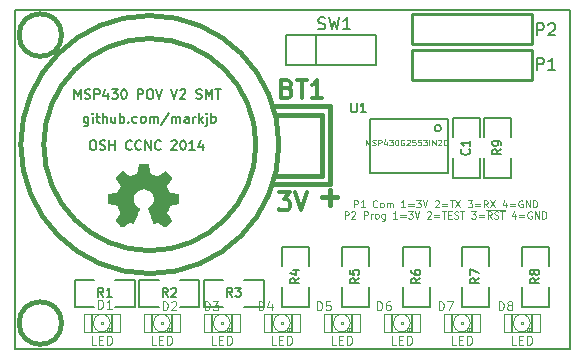
<source format=gto>
G04 (created by PCBNEW (2013-07-07 BZR 4022)-stable) date 06/07/2014 18:00:34*
%MOIN*%
G04 Gerber Fmt 3.4, Leading zero omitted, Abs format*
%FSLAX34Y34*%
G01*
G70*
G90*
G04 APERTURE LIST*
%ADD10C,0.00393701*%
%ADD11C,0.00590551*%
%ADD12C,0.005*%
%ADD13C,0.01*%
%ADD14C,0.006*%
%ADD15C,0.0026*%
%ADD16C,0.004*%
%ADD17C,0.015748*%
%ADD18C,0.015*%
%ADD19C,0.0001*%
%ADD20C,0.0059*%
%ADD21C,0.00492126*%
%ADD22C,0.008*%
%ADD23C,0.0035*%
%ADD24C,0.012*%
G04 APERTURE END LIST*
G54D10*
X29151Y-20795D02*
X29151Y-20559D01*
X29241Y-20559D01*
X29264Y-20570D01*
X29275Y-20581D01*
X29286Y-20604D01*
X29286Y-20638D01*
X29275Y-20660D01*
X29264Y-20671D01*
X29241Y-20683D01*
X29151Y-20683D01*
X29511Y-20795D02*
X29376Y-20795D01*
X29444Y-20795D02*
X29444Y-20559D01*
X29421Y-20593D01*
X29399Y-20615D01*
X29376Y-20626D01*
X29927Y-20773D02*
X29916Y-20784D01*
X29882Y-20795D01*
X29860Y-20795D01*
X29826Y-20784D01*
X29804Y-20761D01*
X29792Y-20739D01*
X29781Y-20694D01*
X29781Y-20660D01*
X29792Y-20615D01*
X29804Y-20593D01*
X29826Y-20570D01*
X29860Y-20559D01*
X29882Y-20559D01*
X29916Y-20570D01*
X29927Y-20581D01*
X30062Y-20795D02*
X30040Y-20784D01*
X30029Y-20773D01*
X30017Y-20750D01*
X30017Y-20683D01*
X30029Y-20660D01*
X30040Y-20649D01*
X30062Y-20638D01*
X30096Y-20638D01*
X30119Y-20649D01*
X30130Y-20660D01*
X30141Y-20683D01*
X30141Y-20750D01*
X30130Y-20773D01*
X30119Y-20784D01*
X30096Y-20795D01*
X30062Y-20795D01*
X30242Y-20795D02*
X30242Y-20638D01*
X30242Y-20660D02*
X30253Y-20649D01*
X30276Y-20638D01*
X30310Y-20638D01*
X30332Y-20649D01*
X30343Y-20671D01*
X30343Y-20795D01*
X30343Y-20671D02*
X30355Y-20649D01*
X30377Y-20638D01*
X30411Y-20638D01*
X30433Y-20649D01*
X30445Y-20671D01*
X30445Y-20795D01*
X30861Y-20795D02*
X30726Y-20795D01*
X30793Y-20795D02*
X30793Y-20559D01*
X30771Y-20593D01*
X30748Y-20615D01*
X30726Y-20626D01*
X30962Y-20671D02*
X31142Y-20671D01*
X31142Y-20739D02*
X30962Y-20739D01*
X31232Y-20559D02*
X31378Y-20559D01*
X31300Y-20649D01*
X31333Y-20649D01*
X31356Y-20660D01*
X31367Y-20671D01*
X31378Y-20694D01*
X31378Y-20750D01*
X31367Y-20773D01*
X31356Y-20784D01*
X31333Y-20795D01*
X31266Y-20795D01*
X31243Y-20784D01*
X31232Y-20773D01*
X31446Y-20559D02*
X31525Y-20795D01*
X31603Y-20559D01*
X31851Y-20581D02*
X31862Y-20570D01*
X31885Y-20559D01*
X31941Y-20559D01*
X31963Y-20570D01*
X31975Y-20581D01*
X31986Y-20604D01*
X31986Y-20626D01*
X31975Y-20660D01*
X31840Y-20795D01*
X31986Y-20795D01*
X32087Y-20671D02*
X32267Y-20671D01*
X32267Y-20739D02*
X32087Y-20739D01*
X32346Y-20559D02*
X32481Y-20559D01*
X32413Y-20795D02*
X32413Y-20559D01*
X32537Y-20559D02*
X32694Y-20795D01*
X32694Y-20559D02*
X32537Y-20795D01*
X32942Y-20559D02*
X33088Y-20559D01*
X33009Y-20649D01*
X33043Y-20649D01*
X33066Y-20660D01*
X33077Y-20671D01*
X33088Y-20694D01*
X33088Y-20750D01*
X33077Y-20773D01*
X33066Y-20784D01*
X33043Y-20795D01*
X32976Y-20795D01*
X32953Y-20784D01*
X32942Y-20773D01*
X33189Y-20671D02*
X33369Y-20671D01*
X33369Y-20739D02*
X33189Y-20739D01*
X33617Y-20795D02*
X33538Y-20683D01*
X33482Y-20795D02*
X33482Y-20559D01*
X33572Y-20559D01*
X33594Y-20570D01*
X33606Y-20581D01*
X33617Y-20604D01*
X33617Y-20638D01*
X33606Y-20660D01*
X33594Y-20671D01*
X33572Y-20683D01*
X33482Y-20683D01*
X33696Y-20559D02*
X33853Y-20795D01*
X33853Y-20559D02*
X33696Y-20795D01*
X34224Y-20638D02*
X34224Y-20795D01*
X34168Y-20548D02*
X34112Y-20716D01*
X34258Y-20716D01*
X34348Y-20671D02*
X34528Y-20671D01*
X34528Y-20739D02*
X34348Y-20739D01*
X34764Y-20570D02*
X34742Y-20559D01*
X34708Y-20559D01*
X34674Y-20570D01*
X34652Y-20593D01*
X34640Y-20615D01*
X34629Y-20660D01*
X34629Y-20694D01*
X34640Y-20739D01*
X34652Y-20761D01*
X34674Y-20784D01*
X34708Y-20795D01*
X34730Y-20795D01*
X34764Y-20784D01*
X34775Y-20773D01*
X34775Y-20694D01*
X34730Y-20694D01*
X34877Y-20795D02*
X34877Y-20559D01*
X35012Y-20795D01*
X35012Y-20559D01*
X35124Y-20795D02*
X35124Y-20559D01*
X35180Y-20559D01*
X35214Y-20570D01*
X35237Y-20593D01*
X35248Y-20615D01*
X35259Y-20660D01*
X35259Y-20694D01*
X35248Y-20739D01*
X35237Y-20761D01*
X35214Y-20784D01*
X35180Y-20795D01*
X35124Y-20795D01*
X28842Y-21165D02*
X28842Y-20929D01*
X28932Y-20929D01*
X28954Y-20940D01*
X28966Y-20951D01*
X28977Y-20974D01*
X28977Y-21008D01*
X28966Y-21030D01*
X28954Y-21041D01*
X28932Y-21053D01*
X28842Y-21053D01*
X29067Y-20951D02*
X29078Y-20940D01*
X29101Y-20929D01*
X29157Y-20929D01*
X29179Y-20940D01*
X29191Y-20951D01*
X29202Y-20974D01*
X29202Y-20996D01*
X29191Y-21030D01*
X29056Y-21165D01*
X29202Y-21165D01*
X29483Y-21165D02*
X29483Y-20929D01*
X29573Y-20929D01*
X29595Y-20940D01*
X29607Y-20951D01*
X29618Y-20974D01*
X29618Y-21008D01*
X29607Y-21030D01*
X29595Y-21041D01*
X29573Y-21053D01*
X29483Y-21053D01*
X29719Y-21165D02*
X29719Y-21008D01*
X29719Y-21053D02*
X29730Y-21030D01*
X29742Y-21019D01*
X29764Y-21008D01*
X29787Y-21008D01*
X29899Y-21165D02*
X29877Y-21154D01*
X29865Y-21143D01*
X29854Y-21120D01*
X29854Y-21053D01*
X29865Y-21030D01*
X29877Y-21019D01*
X29899Y-21008D01*
X29933Y-21008D01*
X29955Y-21019D01*
X29967Y-21030D01*
X29978Y-21053D01*
X29978Y-21120D01*
X29967Y-21143D01*
X29955Y-21154D01*
X29933Y-21165D01*
X29899Y-21165D01*
X30180Y-21008D02*
X30180Y-21199D01*
X30169Y-21221D01*
X30158Y-21233D01*
X30135Y-21244D01*
X30102Y-21244D01*
X30079Y-21233D01*
X30180Y-21154D02*
X30158Y-21165D01*
X30113Y-21165D01*
X30090Y-21154D01*
X30079Y-21143D01*
X30068Y-21120D01*
X30068Y-21053D01*
X30079Y-21030D01*
X30090Y-21019D01*
X30113Y-21008D01*
X30158Y-21008D01*
X30180Y-21019D01*
X30597Y-21165D02*
X30462Y-21165D01*
X30529Y-21165D02*
X30529Y-20929D01*
X30507Y-20963D01*
X30484Y-20985D01*
X30462Y-20996D01*
X30698Y-21041D02*
X30878Y-21041D01*
X30878Y-21109D02*
X30698Y-21109D01*
X30968Y-20929D02*
X31114Y-20929D01*
X31035Y-21019D01*
X31069Y-21019D01*
X31092Y-21030D01*
X31103Y-21041D01*
X31114Y-21064D01*
X31114Y-21120D01*
X31103Y-21143D01*
X31092Y-21154D01*
X31069Y-21165D01*
X31002Y-21165D01*
X30979Y-21154D01*
X30968Y-21143D01*
X31182Y-20929D02*
X31260Y-21165D01*
X31339Y-20929D01*
X31586Y-20951D02*
X31598Y-20940D01*
X31620Y-20929D01*
X31676Y-20929D01*
X31699Y-20940D01*
X31710Y-20951D01*
X31721Y-20974D01*
X31721Y-20996D01*
X31710Y-21030D01*
X31575Y-21165D01*
X31721Y-21165D01*
X31823Y-21041D02*
X32003Y-21041D01*
X32003Y-21109D02*
X31823Y-21109D01*
X32081Y-20929D02*
X32216Y-20929D01*
X32149Y-21165D02*
X32149Y-20929D01*
X32295Y-21041D02*
X32374Y-21041D01*
X32408Y-21165D02*
X32295Y-21165D01*
X32295Y-20929D01*
X32408Y-20929D01*
X32498Y-21154D02*
X32531Y-21165D01*
X32588Y-21165D01*
X32610Y-21154D01*
X32621Y-21143D01*
X32633Y-21120D01*
X32633Y-21098D01*
X32621Y-21075D01*
X32610Y-21064D01*
X32588Y-21053D01*
X32543Y-21041D01*
X32520Y-21030D01*
X32509Y-21019D01*
X32498Y-20996D01*
X32498Y-20974D01*
X32509Y-20951D01*
X32520Y-20940D01*
X32543Y-20929D01*
X32599Y-20929D01*
X32633Y-20940D01*
X32700Y-20929D02*
X32835Y-20929D01*
X32768Y-21165D02*
X32768Y-20929D01*
X33071Y-20929D02*
X33217Y-20929D01*
X33139Y-21019D01*
X33173Y-21019D01*
X33195Y-21030D01*
X33206Y-21041D01*
X33217Y-21064D01*
X33217Y-21120D01*
X33206Y-21143D01*
X33195Y-21154D01*
X33173Y-21165D01*
X33105Y-21165D01*
X33083Y-21154D01*
X33071Y-21143D01*
X33319Y-21041D02*
X33499Y-21041D01*
X33499Y-21109D02*
X33319Y-21109D01*
X33746Y-21165D02*
X33667Y-21053D01*
X33611Y-21165D02*
X33611Y-20929D01*
X33701Y-20929D01*
X33724Y-20940D01*
X33735Y-20951D01*
X33746Y-20974D01*
X33746Y-21008D01*
X33735Y-21030D01*
X33724Y-21041D01*
X33701Y-21053D01*
X33611Y-21053D01*
X33836Y-21154D02*
X33870Y-21165D01*
X33926Y-21165D01*
X33949Y-21154D01*
X33960Y-21143D01*
X33971Y-21120D01*
X33971Y-21098D01*
X33960Y-21075D01*
X33949Y-21064D01*
X33926Y-21053D01*
X33881Y-21041D01*
X33859Y-21030D01*
X33847Y-21019D01*
X33836Y-20996D01*
X33836Y-20974D01*
X33847Y-20951D01*
X33859Y-20940D01*
X33881Y-20929D01*
X33937Y-20929D01*
X33971Y-20940D01*
X34039Y-20929D02*
X34174Y-20929D01*
X34106Y-21165D02*
X34106Y-20929D01*
X33555Y-20869D02*
X34196Y-20869D01*
X34534Y-21008D02*
X34534Y-21165D01*
X34477Y-20918D02*
X34421Y-21086D01*
X34567Y-21086D01*
X34657Y-21041D02*
X34837Y-21041D01*
X34837Y-21109D02*
X34657Y-21109D01*
X35074Y-20940D02*
X35051Y-20929D01*
X35017Y-20929D01*
X34984Y-20940D01*
X34961Y-20963D01*
X34950Y-20985D01*
X34939Y-21030D01*
X34939Y-21064D01*
X34950Y-21109D01*
X34961Y-21131D01*
X34984Y-21154D01*
X35017Y-21165D01*
X35040Y-21165D01*
X35074Y-21154D01*
X35085Y-21143D01*
X35085Y-21064D01*
X35040Y-21064D01*
X35186Y-21165D02*
X35186Y-20929D01*
X35321Y-21165D01*
X35321Y-20929D01*
X35433Y-21165D02*
X35433Y-20929D01*
X35490Y-20929D01*
X35523Y-20940D01*
X35546Y-20963D01*
X35557Y-20985D01*
X35568Y-21030D01*
X35568Y-21064D01*
X35557Y-21109D01*
X35546Y-21131D01*
X35523Y-21154D01*
X35490Y-21165D01*
X35433Y-21165D01*
G54D11*
X20427Y-18562D02*
X20487Y-18562D01*
X20517Y-18577D01*
X20547Y-18607D01*
X20562Y-18667D01*
X20562Y-18772D01*
X20547Y-18832D01*
X20517Y-18862D01*
X20487Y-18877D01*
X20427Y-18877D01*
X20397Y-18862D01*
X20367Y-18832D01*
X20352Y-18772D01*
X20352Y-18667D01*
X20367Y-18607D01*
X20397Y-18577D01*
X20427Y-18562D01*
X20682Y-18862D02*
X20727Y-18877D01*
X20802Y-18877D01*
X20832Y-18862D01*
X20847Y-18847D01*
X20862Y-18817D01*
X20862Y-18787D01*
X20847Y-18757D01*
X20832Y-18742D01*
X20802Y-18727D01*
X20742Y-18712D01*
X20712Y-18697D01*
X20697Y-18682D01*
X20682Y-18652D01*
X20682Y-18622D01*
X20697Y-18592D01*
X20712Y-18577D01*
X20742Y-18562D01*
X20817Y-18562D01*
X20862Y-18577D01*
X20997Y-18877D02*
X20997Y-18562D01*
X20997Y-18712D02*
X21177Y-18712D01*
X21177Y-18877D02*
X21177Y-18562D01*
X21747Y-18847D02*
X21732Y-18862D01*
X21687Y-18877D01*
X21657Y-18877D01*
X21612Y-18862D01*
X21582Y-18832D01*
X21567Y-18802D01*
X21552Y-18742D01*
X21552Y-18697D01*
X21567Y-18637D01*
X21582Y-18607D01*
X21612Y-18577D01*
X21657Y-18562D01*
X21687Y-18562D01*
X21732Y-18577D01*
X21747Y-18592D01*
X22062Y-18847D02*
X22047Y-18862D01*
X22002Y-18877D01*
X21972Y-18877D01*
X21927Y-18862D01*
X21897Y-18832D01*
X21882Y-18802D01*
X21867Y-18742D01*
X21867Y-18697D01*
X21882Y-18637D01*
X21897Y-18607D01*
X21927Y-18577D01*
X21972Y-18562D01*
X22002Y-18562D01*
X22047Y-18577D01*
X22062Y-18592D01*
X22197Y-18877D02*
X22197Y-18562D01*
X22377Y-18877D01*
X22377Y-18562D01*
X22707Y-18847D02*
X22692Y-18862D01*
X22647Y-18877D01*
X22617Y-18877D01*
X22572Y-18862D01*
X22542Y-18832D01*
X22527Y-18802D01*
X22512Y-18742D01*
X22512Y-18697D01*
X22527Y-18637D01*
X22542Y-18607D01*
X22572Y-18577D01*
X22617Y-18562D01*
X22647Y-18562D01*
X22692Y-18577D01*
X22707Y-18592D01*
X23067Y-18592D02*
X23082Y-18577D01*
X23112Y-18562D01*
X23187Y-18562D01*
X23217Y-18577D01*
X23232Y-18592D01*
X23247Y-18622D01*
X23247Y-18652D01*
X23232Y-18697D01*
X23052Y-18877D01*
X23247Y-18877D01*
X23442Y-18562D02*
X23472Y-18562D01*
X23502Y-18577D01*
X23517Y-18592D01*
X23532Y-18622D01*
X23547Y-18682D01*
X23547Y-18757D01*
X23532Y-18817D01*
X23517Y-18847D01*
X23502Y-18862D01*
X23472Y-18877D01*
X23442Y-18877D01*
X23412Y-18862D01*
X23397Y-18847D01*
X23382Y-18817D01*
X23367Y-18757D01*
X23367Y-18682D01*
X23382Y-18622D01*
X23397Y-18592D01*
X23412Y-18577D01*
X23442Y-18562D01*
X23847Y-18877D02*
X23667Y-18877D01*
X23757Y-18877D02*
X23757Y-18562D01*
X23727Y-18607D01*
X23697Y-18637D01*
X23667Y-18652D01*
X24117Y-18667D02*
X24117Y-18877D01*
X24042Y-18547D02*
X23967Y-18772D01*
X24162Y-18772D01*
X20302Y-17767D02*
X20302Y-18022D01*
X20287Y-18052D01*
X20272Y-18067D01*
X20242Y-18082D01*
X20197Y-18082D01*
X20167Y-18067D01*
X20302Y-17962D02*
X20272Y-17977D01*
X20212Y-17977D01*
X20182Y-17962D01*
X20167Y-17947D01*
X20152Y-17917D01*
X20152Y-17827D01*
X20167Y-17797D01*
X20182Y-17782D01*
X20212Y-17767D01*
X20272Y-17767D01*
X20302Y-17782D01*
X20452Y-17977D02*
X20452Y-17767D01*
X20452Y-17662D02*
X20437Y-17677D01*
X20452Y-17692D01*
X20467Y-17677D01*
X20452Y-17662D01*
X20452Y-17692D01*
X20557Y-17767D02*
X20677Y-17767D01*
X20602Y-17662D02*
X20602Y-17932D01*
X20617Y-17962D01*
X20647Y-17977D01*
X20677Y-17977D01*
X20782Y-17977D02*
X20782Y-17662D01*
X20917Y-17977D02*
X20917Y-17812D01*
X20902Y-17782D01*
X20872Y-17767D01*
X20827Y-17767D01*
X20797Y-17782D01*
X20782Y-17797D01*
X21202Y-17767D02*
X21202Y-17977D01*
X21067Y-17767D02*
X21067Y-17932D01*
X21082Y-17962D01*
X21112Y-17977D01*
X21157Y-17977D01*
X21187Y-17962D01*
X21202Y-17947D01*
X21352Y-17977D02*
X21352Y-17662D01*
X21352Y-17782D02*
X21382Y-17767D01*
X21442Y-17767D01*
X21472Y-17782D01*
X21487Y-17797D01*
X21502Y-17827D01*
X21502Y-17917D01*
X21487Y-17947D01*
X21472Y-17962D01*
X21442Y-17977D01*
X21382Y-17977D01*
X21352Y-17962D01*
X21637Y-17947D02*
X21652Y-17962D01*
X21637Y-17977D01*
X21622Y-17962D01*
X21637Y-17947D01*
X21637Y-17977D01*
X21922Y-17962D02*
X21892Y-17977D01*
X21832Y-17977D01*
X21802Y-17962D01*
X21787Y-17947D01*
X21772Y-17917D01*
X21772Y-17827D01*
X21787Y-17797D01*
X21802Y-17782D01*
X21832Y-17767D01*
X21892Y-17767D01*
X21922Y-17782D01*
X22102Y-17977D02*
X22072Y-17962D01*
X22057Y-17947D01*
X22042Y-17917D01*
X22042Y-17827D01*
X22057Y-17797D01*
X22072Y-17782D01*
X22102Y-17767D01*
X22147Y-17767D01*
X22177Y-17782D01*
X22192Y-17797D01*
X22207Y-17827D01*
X22207Y-17917D01*
X22192Y-17947D01*
X22177Y-17962D01*
X22147Y-17977D01*
X22102Y-17977D01*
X22342Y-17977D02*
X22342Y-17767D01*
X22342Y-17797D02*
X22357Y-17782D01*
X22387Y-17767D01*
X22432Y-17767D01*
X22462Y-17782D01*
X22477Y-17812D01*
X22477Y-17977D01*
X22477Y-17812D02*
X22492Y-17782D01*
X22522Y-17767D01*
X22567Y-17767D01*
X22597Y-17782D01*
X22612Y-17812D01*
X22612Y-17977D01*
X22987Y-17647D02*
X22717Y-18052D01*
X23092Y-17977D02*
X23092Y-17767D01*
X23092Y-17797D02*
X23107Y-17782D01*
X23137Y-17767D01*
X23182Y-17767D01*
X23212Y-17782D01*
X23227Y-17812D01*
X23227Y-17977D01*
X23227Y-17812D02*
X23242Y-17782D01*
X23272Y-17767D01*
X23317Y-17767D01*
X23347Y-17782D01*
X23362Y-17812D01*
X23362Y-17977D01*
X23647Y-17977D02*
X23647Y-17812D01*
X23632Y-17782D01*
X23602Y-17767D01*
X23542Y-17767D01*
X23512Y-17782D01*
X23647Y-17962D02*
X23617Y-17977D01*
X23542Y-17977D01*
X23512Y-17962D01*
X23497Y-17932D01*
X23497Y-17902D01*
X23512Y-17872D01*
X23542Y-17857D01*
X23617Y-17857D01*
X23647Y-17842D01*
X23797Y-17977D02*
X23797Y-17767D01*
X23797Y-17827D02*
X23812Y-17797D01*
X23827Y-17782D01*
X23857Y-17767D01*
X23887Y-17767D01*
X23992Y-17977D02*
X23992Y-17662D01*
X24022Y-17857D02*
X24112Y-17977D01*
X24112Y-17767D02*
X23992Y-17887D01*
X24247Y-17767D02*
X24247Y-18037D01*
X24232Y-18067D01*
X24202Y-18082D01*
X24187Y-18082D01*
X24247Y-17662D02*
X24232Y-17677D01*
X24247Y-17692D01*
X24262Y-17677D01*
X24247Y-17662D01*
X24247Y-17692D01*
X24397Y-17977D02*
X24397Y-17662D01*
X24397Y-17782D02*
X24427Y-17767D01*
X24487Y-17767D01*
X24517Y-17782D01*
X24532Y-17797D01*
X24547Y-17827D01*
X24547Y-17917D01*
X24532Y-17947D01*
X24517Y-17962D01*
X24487Y-17977D01*
X24427Y-17977D01*
X24397Y-17962D01*
X19835Y-17177D02*
X19835Y-16862D01*
X19940Y-17087D01*
X20045Y-16862D01*
X20045Y-17177D01*
X20180Y-17162D02*
X20225Y-17177D01*
X20300Y-17177D01*
X20330Y-17162D01*
X20345Y-17147D01*
X20360Y-17117D01*
X20360Y-17087D01*
X20345Y-17057D01*
X20330Y-17042D01*
X20300Y-17027D01*
X20240Y-17012D01*
X20210Y-16997D01*
X20195Y-16982D01*
X20180Y-16952D01*
X20180Y-16922D01*
X20195Y-16892D01*
X20210Y-16877D01*
X20240Y-16862D01*
X20315Y-16862D01*
X20360Y-16877D01*
X20495Y-17177D02*
X20495Y-16862D01*
X20615Y-16862D01*
X20645Y-16877D01*
X20660Y-16892D01*
X20675Y-16922D01*
X20675Y-16967D01*
X20660Y-16997D01*
X20645Y-17012D01*
X20615Y-17027D01*
X20495Y-17027D01*
X20945Y-16967D02*
X20945Y-17177D01*
X20870Y-16847D02*
X20795Y-17072D01*
X20990Y-17072D01*
X21080Y-16862D02*
X21275Y-16862D01*
X21170Y-16982D01*
X21215Y-16982D01*
X21245Y-16997D01*
X21260Y-17012D01*
X21275Y-17042D01*
X21275Y-17117D01*
X21260Y-17147D01*
X21245Y-17162D01*
X21215Y-17177D01*
X21125Y-17177D01*
X21095Y-17162D01*
X21080Y-17147D01*
X21470Y-16862D02*
X21500Y-16862D01*
X21530Y-16877D01*
X21545Y-16892D01*
X21560Y-16922D01*
X21575Y-16982D01*
X21575Y-17057D01*
X21560Y-17117D01*
X21545Y-17147D01*
X21530Y-17162D01*
X21500Y-17177D01*
X21470Y-17177D01*
X21440Y-17162D01*
X21425Y-17147D01*
X21410Y-17117D01*
X21395Y-17057D01*
X21395Y-16982D01*
X21410Y-16922D01*
X21425Y-16892D01*
X21440Y-16877D01*
X21470Y-16862D01*
X21950Y-17177D02*
X21950Y-16862D01*
X22070Y-16862D01*
X22100Y-16877D01*
X22115Y-16892D01*
X22130Y-16922D01*
X22130Y-16967D01*
X22115Y-16997D01*
X22100Y-17012D01*
X22070Y-17027D01*
X21950Y-17027D01*
X22324Y-16862D02*
X22384Y-16862D01*
X22414Y-16877D01*
X22444Y-16907D01*
X22459Y-16967D01*
X22459Y-17072D01*
X22444Y-17132D01*
X22414Y-17162D01*
X22384Y-17177D01*
X22324Y-17177D01*
X22294Y-17162D01*
X22264Y-17132D01*
X22250Y-17072D01*
X22250Y-16967D01*
X22264Y-16907D01*
X22294Y-16877D01*
X22324Y-16862D01*
X22549Y-16862D02*
X22654Y-17177D01*
X22759Y-16862D01*
X23059Y-16862D02*
X23164Y-17177D01*
X23269Y-16862D01*
X23359Y-16892D02*
X23374Y-16877D01*
X23404Y-16862D01*
X23479Y-16862D01*
X23509Y-16877D01*
X23524Y-16892D01*
X23539Y-16922D01*
X23539Y-16952D01*
X23524Y-16997D01*
X23344Y-17177D01*
X23539Y-17177D01*
X23899Y-17162D02*
X23944Y-17177D01*
X24019Y-17177D01*
X24049Y-17162D01*
X24064Y-17147D01*
X24079Y-17117D01*
X24079Y-17087D01*
X24064Y-17057D01*
X24049Y-17042D01*
X24019Y-17027D01*
X23959Y-17012D01*
X23929Y-16997D01*
X23914Y-16982D01*
X23899Y-16952D01*
X23899Y-16922D01*
X23914Y-16892D01*
X23929Y-16877D01*
X23959Y-16862D01*
X24034Y-16862D01*
X24079Y-16877D01*
X24214Y-17177D02*
X24214Y-16862D01*
X24319Y-17087D01*
X24424Y-16862D01*
X24424Y-17177D01*
X24529Y-16862D02*
X24709Y-16862D01*
X24619Y-17177D02*
X24619Y-16862D01*
X18050Y-14200D02*
X17850Y-14200D01*
X18050Y-25500D02*
X17850Y-25500D01*
X36350Y-14200D02*
X36350Y-25500D01*
X18050Y-14200D02*
X36350Y-14200D01*
X17850Y-25500D02*
X17850Y-14200D01*
X36350Y-25500D02*
X18050Y-25500D01*
G54D12*
X29700Y-19650D02*
X32300Y-19650D01*
X32300Y-19650D02*
X32300Y-17850D01*
X32300Y-17850D02*
X29700Y-17850D01*
X29700Y-17850D02*
X29700Y-19650D01*
X32061Y-18150D02*
G75*
G03X32061Y-18150I-111J0D01*
G74*
G01*
X35650Y-22100D02*
X34750Y-22100D01*
X34750Y-22100D02*
X34750Y-22750D01*
X35650Y-23450D02*
X35650Y-24100D01*
X35650Y-24100D02*
X34750Y-24100D01*
X34750Y-24100D02*
X34750Y-23450D01*
X35650Y-22750D02*
X35650Y-22100D01*
X33650Y-22100D02*
X32750Y-22100D01*
X32750Y-22100D02*
X32750Y-22750D01*
X33650Y-23450D02*
X33650Y-24100D01*
X33650Y-24100D02*
X32750Y-24100D01*
X32750Y-24100D02*
X32750Y-23450D01*
X33650Y-22750D02*
X33650Y-22100D01*
X31700Y-22100D02*
X30800Y-22100D01*
X30800Y-22100D02*
X30800Y-22750D01*
X31700Y-23450D02*
X31700Y-24100D01*
X31700Y-24100D02*
X30800Y-24100D01*
X30800Y-24100D02*
X30800Y-23450D01*
X31700Y-22750D02*
X31700Y-22100D01*
X29650Y-22100D02*
X28750Y-22100D01*
X28750Y-22100D02*
X28750Y-22750D01*
X29650Y-23450D02*
X29650Y-24100D01*
X29650Y-24100D02*
X28750Y-24100D01*
X28750Y-24100D02*
X28750Y-23450D01*
X29650Y-22750D02*
X29650Y-22100D01*
X27650Y-22100D02*
X26750Y-22100D01*
X26750Y-22100D02*
X26750Y-22750D01*
X27650Y-23450D02*
X27650Y-24100D01*
X27650Y-24100D02*
X26750Y-24100D01*
X26750Y-24100D02*
X26750Y-23450D01*
X27650Y-22750D02*
X27650Y-22100D01*
X24150Y-23200D02*
X24150Y-24100D01*
X24150Y-24100D02*
X24800Y-24100D01*
X25500Y-23200D02*
X26150Y-23200D01*
X26150Y-23200D02*
X26150Y-24100D01*
X26150Y-24100D02*
X25500Y-24100D01*
X24800Y-23200D02*
X24150Y-23200D01*
X22000Y-23200D02*
X22000Y-24100D01*
X22000Y-24100D02*
X22650Y-24100D01*
X23350Y-23200D02*
X24000Y-23200D01*
X24000Y-23200D02*
X24000Y-24100D01*
X24000Y-24100D02*
X23350Y-24100D01*
X22650Y-23200D02*
X22000Y-23200D01*
X19850Y-23200D02*
X19850Y-24100D01*
X19850Y-24100D02*
X20500Y-24100D01*
X21200Y-23200D02*
X21850Y-23200D01*
X21850Y-23200D02*
X21850Y-24100D01*
X21850Y-24100D02*
X21200Y-24100D01*
X20500Y-23200D02*
X19850Y-23200D01*
G54D13*
X35100Y-15350D02*
X31100Y-15350D01*
X35100Y-14350D02*
X31100Y-14350D01*
X31100Y-14350D02*
X31100Y-15350D01*
X35100Y-15350D02*
X35100Y-14350D01*
X35100Y-16550D02*
X31100Y-16550D01*
X35100Y-15550D02*
X31100Y-15550D01*
X31100Y-15550D02*
X31100Y-16550D01*
X35100Y-16550D02*
X35100Y-15550D01*
G54D14*
X26900Y-16050D02*
X26900Y-15050D01*
X26900Y-15050D02*
X29900Y-15050D01*
X29900Y-15050D02*
X29900Y-16050D01*
X29900Y-16050D02*
X26900Y-16050D01*
X27900Y-15050D02*
X27900Y-16050D01*
G54D15*
X34711Y-24689D02*
X34789Y-24689D01*
X34789Y-24689D02*
X34789Y-24611D01*
X34711Y-24611D02*
X34789Y-24611D01*
X34711Y-24689D02*
X34711Y-24611D01*
X34927Y-24925D02*
X35064Y-24925D01*
X35064Y-24925D02*
X35064Y-24827D01*
X34927Y-24827D02*
X35064Y-24827D01*
X34927Y-24925D02*
X34927Y-24827D01*
X35064Y-24925D02*
X35104Y-24925D01*
X35104Y-24925D02*
X35104Y-24454D01*
X35064Y-24454D02*
X35104Y-24454D01*
X35064Y-24925D02*
X35064Y-24454D01*
X35064Y-24434D02*
X35104Y-24434D01*
X35104Y-24434D02*
X35104Y-24375D01*
X35064Y-24375D02*
X35104Y-24375D01*
X35064Y-24434D02*
X35064Y-24375D01*
X34396Y-24925D02*
X34436Y-24925D01*
X34436Y-24925D02*
X34436Y-24454D01*
X34396Y-24454D02*
X34436Y-24454D01*
X34396Y-24925D02*
X34396Y-24454D01*
X34396Y-24434D02*
X34436Y-24434D01*
X34436Y-24434D02*
X34436Y-24375D01*
X34396Y-24375D02*
X34436Y-24375D01*
X34396Y-24434D02*
X34396Y-24375D01*
X34927Y-24925D02*
X34986Y-24925D01*
X34986Y-24925D02*
X34986Y-24827D01*
X34927Y-24827D02*
X34986Y-24827D01*
X34927Y-24925D02*
X34927Y-24827D01*
G54D16*
X35360Y-24945D02*
X34140Y-24945D01*
X34140Y-24945D02*
X34140Y-24355D01*
X34140Y-24355D02*
X35360Y-24355D01*
X35360Y-24355D02*
X35360Y-24945D01*
X34534Y-24846D02*
G75*
G03X34966Y-24845I215J196D01*
G74*
G01*
X34534Y-24453D02*
G75*
G03X34533Y-24845I215J-196D01*
G74*
G01*
X34965Y-24453D02*
G75*
G03X34533Y-24454I-215J-196D01*
G74*
G01*
X34965Y-24846D02*
G75*
G03X34966Y-24454I-215J196D01*
G74*
G01*
G54D15*
X32711Y-24689D02*
X32789Y-24689D01*
X32789Y-24689D02*
X32789Y-24611D01*
X32711Y-24611D02*
X32789Y-24611D01*
X32711Y-24689D02*
X32711Y-24611D01*
X32927Y-24925D02*
X33064Y-24925D01*
X33064Y-24925D02*
X33064Y-24827D01*
X32927Y-24827D02*
X33064Y-24827D01*
X32927Y-24925D02*
X32927Y-24827D01*
X33064Y-24925D02*
X33104Y-24925D01*
X33104Y-24925D02*
X33104Y-24454D01*
X33064Y-24454D02*
X33104Y-24454D01*
X33064Y-24925D02*
X33064Y-24454D01*
X33064Y-24434D02*
X33104Y-24434D01*
X33104Y-24434D02*
X33104Y-24375D01*
X33064Y-24375D02*
X33104Y-24375D01*
X33064Y-24434D02*
X33064Y-24375D01*
X32396Y-24925D02*
X32436Y-24925D01*
X32436Y-24925D02*
X32436Y-24454D01*
X32396Y-24454D02*
X32436Y-24454D01*
X32396Y-24925D02*
X32396Y-24454D01*
X32396Y-24434D02*
X32436Y-24434D01*
X32436Y-24434D02*
X32436Y-24375D01*
X32396Y-24375D02*
X32436Y-24375D01*
X32396Y-24434D02*
X32396Y-24375D01*
X32927Y-24925D02*
X32986Y-24925D01*
X32986Y-24925D02*
X32986Y-24827D01*
X32927Y-24827D02*
X32986Y-24827D01*
X32927Y-24925D02*
X32927Y-24827D01*
G54D16*
X33360Y-24945D02*
X32140Y-24945D01*
X32140Y-24945D02*
X32140Y-24355D01*
X32140Y-24355D02*
X33360Y-24355D01*
X33360Y-24355D02*
X33360Y-24945D01*
X32534Y-24846D02*
G75*
G03X32966Y-24845I215J196D01*
G74*
G01*
X32534Y-24453D02*
G75*
G03X32533Y-24845I215J-196D01*
G74*
G01*
X32965Y-24453D02*
G75*
G03X32533Y-24454I-215J-196D01*
G74*
G01*
X32965Y-24846D02*
G75*
G03X32966Y-24454I-215J196D01*
G74*
G01*
G54D15*
X30711Y-24689D02*
X30789Y-24689D01*
X30789Y-24689D02*
X30789Y-24611D01*
X30711Y-24611D02*
X30789Y-24611D01*
X30711Y-24689D02*
X30711Y-24611D01*
X30927Y-24925D02*
X31064Y-24925D01*
X31064Y-24925D02*
X31064Y-24827D01*
X30927Y-24827D02*
X31064Y-24827D01*
X30927Y-24925D02*
X30927Y-24827D01*
X31064Y-24925D02*
X31104Y-24925D01*
X31104Y-24925D02*
X31104Y-24454D01*
X31064Y-24454D02*
X31104Y-24454D01*
X31064Y-24925D02*
X31064Y-24454D01*
X31064Y-24434D02*
X31104Y-24434D01*
X31104Y-24434D02*
X31104Y-24375D01*
X31064Y-24375D02*
X31104Y-24375D01*
X31064Y-24434D02*
X31064Y-24375D01*
X30396Y-24925D02*
X30436Y-24925D01*
X30436Y-24925D02*
X30436Y-24454D01*
X30396Y-24454D02*
X30436Y-24454D01*
X30396Y-24925D02*
X30396Y-24454D01*
X30396Y-24434D02*
X30436Y-24434D01*
X30436Y-24434D02*
X30436Y-24375D01*
X30396Y-24375D02*
X30436Y-24375D01*
X30396Y-24434D02*
X30396Y-24375D01*
X30927Y-24925D02*
X30986Y-24925D01*
X30986Y-24925D02*
X30986Y-24827D01*
X30927Y-24827D02*
X30986Y-24827D01*
X30927Y-24925D02*
X30927Y-24827D01*
G54D16*
X31360Y-24945D02*
X30140Y-24945D01*
X30140Y-24945D02*
X30140Y-24355D01*
X30140Y-24355D02*
X31360Y-24355D01*
X31360Y-24355D02*
X31360Y-24945D01*
X30534Y-24846D02*
G75*
G03X30966Y-24845I215J196D01*
G74*
G01*
X30534Y-24453D02*
G75*
G03X30533Y-24845I215J-196D01*
G74*
G01*
X30965Y-24453D02*
G75*
G03X30533Y-24454I-215J-196D01*
G74*
G01*
X30965Y-24846D02*
G75*
G03X30966Y-24454I-215J196D01*
G74*
G01*
G54D15*
X28711Y-24689D02*
X28789Y-24689D01*
X28789Y-24689D02*
X28789Y-24611D01*
X28711Y-24611D02*
X28789Y-24611D01*
X28711Y-24689D02*
X28711Y-24611D01*
X28927Y-24925D02*
X29064Y-24925D01*
X29064Y-24925D02*
X29064Y-24827D01*
X28927Y-24827D02*
X29064Y-24827D01*
X28927Y-24925D02*
X28927Y-24827D01*
X29064Y-24925D02*
X29104Y-24925D01*
X29104Y-24925D02*
X29104Y-24454D01*
X29064Y-24454D02*
X29104Y-24454D01*
X29064Y-24925D02*
X29064Y-24454D01*
X29064Y-24434D02*
X29104Y-24434D01*
X29104Y-24434D02*
X29104Y-24375D01*
X29064Y-24375D02*
X29104Y-24375D01*
X29064Y-24434D02*
X29064Y-24375D01*
X28396Y-24925D02*
X28436Y-24925D01*
X28436Y-24925D02*
X28436Y-24454D01*
X28396Y-24454D02*
X28436Y-24454D01*
X28396Y-24925D02*
X28396Y-24454D01*
X28396Y-24434D02*
X28436Y-24434D01*
X28436Y-24434D02*
X28436Y-24375D01*
X28396Y-24375D02*
X28436Y-24375D01*
X28396Y-24434D02*
X28396Y-24375D01*
X28927Y-24925D02*
X28986Y-24925D01*
X28986Y-24925D02*
X28986Y-24827D01*
X28927Y-24827D02*
X28986Y-24827D01*
X28927Y-24925D02*
X28927Y-24827D01*
G54D16*
X29360Y-24945D02*
X28140Y-24945D01*
X28140Y-24945D02*
X28140Y-24355D01*
X28140Y-24355D02*
X29360Y-24355D01*
X29360Y-24355D02*
X29360Y-24945D01*
X28534Y-24846D02*
G75*
G03X28966Y-24845I215J196D01*
G74*
G01*
X28534Y-24453D02*
G75*
G03X28533Y-24845I215J-196D01*
G74*
G01*
X28965Y-24453D02*
G75*
G03X28533Y-24454I-215J-196D01*
G74*
G01*
X28965Y-24846D02*
G75*
G03X28966Y-24454I-215J196D01*
G74*
G01*
G54D15*
X26711Y-24689D02*
X26789Y-24689D01*
X26789Y-24689D02*
X26789Y-24611D01*
X26711Y-24611D02*
X26789Y-24611D01*
X26711Y-24689D02*
X26711Y-24611D01*
X26927Y-24925D02*
X27064Y-24925D01*
X27064Y-24925D02*
X27064Y-24827D01*
X26927Y-24827D02*
X27064Y-24827D01*
X26927Y-24925D02*
X26927Y-24827D01*
X27064Y-24925D02*
X27104Y-24925D01*
X27104Y-24925D02*
X27104Y-24454D01*
X27064Y-24454D02*
X27104Y-24454D01*
X27064Y-24925D02*
X27064Y-24454D01*
X27064Y-24434D02*
X27104Y-24434D01*
X27104Y-24434D02*
X27104Y-24375D01*
X27064Y-24375D02*
X27104Y-24375D01*
X27064Y-24434D02*
X27064Y-24375D01*
X26396Y-24925D02*
X26436Y-24925D01*
X26436Y-24925D02*
X26436Y-24454D01*
X26396Y-24454D02*
X26436Y-24454D01*
X26396Y-24925D02*
X26396Y-24454D01*
X26396Y-24434D02*
X26436Y-24434D01*
X26436Y-24434D02*
X26436Y-24375D01*
X26396Y-24375D02*
X26436Y-24375D01*
X26396Y-24434D02*
X26396Y-24375D01*
X26927Y-24925D02*
X26986Y-24925D01*
X26986Y-24925D02*
X26986Y-24827D01*
X26927Y-24827D02*
X26986Y-24827D01*
X26927Y-24925D02*
X26927Y-24827D01*
G54D16*
X27360Y-24945D02*
X26140Y-24945D01*
X26140Y-24945D02*
X26140Y-24355D01*
X26140Y-24355D02*
X27360Y-24355D01*
X27360Y-24355D02*
X27360Y-24945D01*
X26534Y-24846D02*
G75*
G03X26966Y-24845I215J196D01*
G74*
G01*
X26534Y-24453D02*
G75*
G03X26533Y-24845I215J-196D01*
G74*
G01*
X26965Y-24453D02*
G75*
G03X26533Y-24454I-215J-196D01*
G74*
G01*
X26965Y-24846D02*
G75*
G03X26966Y-24454I-215J196D01*
G74*
G01*
G54D15*
X24711Y-24689D02*
X24789Y-24689D01*
X24789Y-24689D02*
X24789Y-24611D01*
X24711Y-24611D02*
X24789Y-24611D01*
X24711Y-24689D02*
X24711Y-24611D01*
X24927Y-24925D02*
X25064Y-24925D01*
X25064Y-24925D02*
X25064Y-24827D01*
X24927Y-24827D02*
X25064Y-24827D01*
X24927Y-24925D02*
X24927Y-24827D01*
X25064Y-24925D02*
X25104Y-24925D01*
X25104Y-24925D02*
X25104Y-24454D01*
X25064Y-24454D02*
X25104Y-24454D01*
X25064Y-24925D02*
X25064Y-24454D01*
X25064Y-24434D02*
X25104Y-24434D01*
X25104Y-24434D02*
X25104Y-24375D01*
X25064Y-24375D02*
X25104Y-24375D01*
X25064Y-24434D02*
X25064Y-24375D01*
X24396Y-24925D02*
X24436Y-24925D01*
X24436Y-24925D02*
X24436Y-24454D01*
X24396Y-24454D02*
X24436Y-24454D01*
X24396Y-24925D02*
X24396Y-24454D01*
X24396Y-24434D02*
X24436Y-24434D01*
X24436Y-24434D02*
X24436Y-24375D01*
X24396Y-24375D02*
X24436Y-24375D01*
X24396Y-24434D02*
X24396Y-24375D01*
X24927Y-24925D02*
X24986Y-24925D01*
X24986Y-24925D02*
X24986Y-24827D01*
X24927Y-24827D02*
X24986Y-24827D01*
X24927Y-24925D02*
X24927Y-24827D01*
G54D16*
X25360Y-24945D02*
X24140Y-24945D01*
X24140Y-24945D02*
X24140Y-24355D01*
X24140Y-24355D02*
X25360Y-24355D01*
X25360Y-24355D02*
X25360Y-24945D01*
X24534Y-24846D02*
G75*
G03X24966Y-24845I215J196D01*
G74*
G01*
X24534Y-24453D02*
G75*
G03X24533Y-24845I215J-196D01*
G74*
G01*
X24965Y-24453D02*
G75*
G03X24533Y-24454I-215J-196D01*
G74*
G01*
X24965Y-24846D02*
G75*
G03X24966Y-24454I-215J196D01*
G74*
G01*
G54D15*
X22711Y-24689D02*
X22789Y-24689D01*
X22789Y-24689D02*
X22789Y-24611D01*
X22711Y-24611D02*
X22789Y-24611D01*
X22711Y-24689D02*
X22711Y-24611D01*
X22927Y-24925D02*
X23064Y-24925D01*
X23064Y-24925D02*
X23064Y-24827D01*
X22927Y-24827D02*
X23064Y-24827D01*
X22927Y-24925D02*
X22927Y-24827D01*
X23064Y-24925D02*
X23104Y-24925D01*
X23104Y-24925D02*
X23104Y-24454D01*
X23064Y-24454D02*
X23104Y-24454D01*
X23064Y-24925D02*
X23064Y-24454D01*
X23064Y-24434D02*
X23104Y-24434D01*
X23104Y-24434D02*
X23104Y-24375D01*
X23064Y-24375D02*
X23104Y-24375D01*
X23064Y-24434D02*
X23064Y-24375D01*
X22396Y-24925D02*
X22436Y-24925D01*
X22436Y-24925D02*
X22436Y-24454D01*
X22396Y-24454D02*
X22436Y-24454D01*
X22396Y-24925D02*
X22396Y-24454D01*
X22396Y-24434D02*
X22436Y-24434D01*
X22436Y-24434D02*
X22436Y-24375D01*
X22396Y-24375D02*
X22436Y-24375D01*
X22396Y-24434D02*
X22396Y-24375D01*
X22927Y-24925D02*
X22986Y-24925D01*
X22986Y-24925D02*
X22986Y-24827D01*
X22927Y-24827D02*
X22986Y-24827D01*
X22927Y-24925D02*
X22927Y-24827D01*
G54D16*
X23360Y-24945D02*
X22140Y-24945D01*
X22140Y-24945D02*
X22140Y-24355D01*
X22140Y-24355D02*
X23360Y-24355D01*
X23360Y-24355D02*
X23360Y-24945D01*
X22534Y-24846D02*
G75*
G03X22966Y-24845I215J196D01*
G74*
G01*
X22534Y-24453D02*
G75*
G03X22533Y-24845I215J-196D01*
G74*
G01*
X22965Y-24453D02*
G75*
G03X22533Y-24454I-215J-196D01*
G74*
G01*
X22965Y-24846D02*
G75*
G03X22966Y-24454I-215J196D01*
G74*
G01*
G54D15*
X20711Y-24689D02*
X20789Y-24689D01*
X20789Y-24689D02*
X20789Y-24611D01*
X20711Y-24611D02*
X20789Y-24611D01*
X20711Y-24689D02*
X20711Y-24611D01*
X20927Y-24925D02*
X21064Y-24925D01*
X21064Y-24925D02*
X21064Y-24827D01*
X20927Y-24827D02*
X21064Y-24827D01*
X20927Y-24925D02*
X20927Y-24827D01*
X21064Y-24925D02*
X21104Y-24925D01*
X21104Y-24925D02*
X21104Y-24454D01*
X21064Y-24454D02*
X21104Y-24454D01*
X21064Y-24925D02*
X21064Y-24454D01*
X21064Y-24434D02*
X21104Y-24434D01*
X21104Y-24434D02*
X21104Y-24375D01*
X21064Y-24375D02*
X21104Y-24375D01*
X21064Y-24434D02*
X21064Y-24375D01*
X20396Y-24925D02*
X20436Y-24925D01*
X20436Y-24925D02*
X20436Y-24454D01*
X20396Y-24454D02*
X20436Y-24454D01*
X20396Y-24925D02*
X20396Y-24454D01*
X20396Y-24434D02*
X20436Y-24434D01*
X20436Y-24434D02*
X20436Y-24375D01*
X20396Y-24375D02*
X20436Y-24375D01*
X20396Y-24434D02*
X20396Y-24375D01*
X20927Y-24925D02*
X20986Y-24925D01*
X20986Y-24925D02*
X20986Y-24827D01*
X20927Y-24827D02*
X20986Y-24827D01*
X20927Y-24925D02*
X20927Y-24827D01*
G54D16*
X21360Y-24945D02*
X20140Y-24945D01*
X20140Y-24945D02*
X20140Y-24355D01*
X20140Y-24355D02*
X21360Y-24355D01*
X21360Y-24355D02*
X21360Y-24945D01*
X20534Y-24846D02*
G75*
G03X20966Y-24845I215J196D01*
G74*
G01*
X20534Y-24453D02*
G75*
G03X20533Y-24845I215J-196D01*
G74*
G01*
X20965Y-24453D02*
G75*
G03X20533Y-24454I-215J-196D01*
G74*
G01*
X20965Y-24846D02*
G75*
G03X20966Y-24454I-215J196D01*
G74*
G01*
G54D17*
X28100Y-19750D02*
X26550Y-19750D01*
X28350Y-20000D02*
X26450Y-20000D01*
X28350Y-17400D02*
X26450Y-17400D01*
X28100Y-17700D02*
X26600Y-17700D01*
G54D18*
X28350Y-20200D02*
X28350Y-20700D01*
X28100Y-20450D02*
X28600Y-20450D01*
X28100Y-17700D02*
X28100Y-19700D01*
X28350Y-17450D02*
X28350Y-19950D01*
X25885Y-18700D02*
G75*
G03X25885Y-18700I-3535J0D01*
G74*
G01*
X26651Y-18700D02*
G75*
G03X26651Y-18700I-4301J0D01*
G74*
G01*
G54D12*
X33350Y-17800D02*
X32450Y-17800D01*
X32450Y-17800D02*
X32450Y-18450D01*
X33350Y-19150D02*
X33350Y-19800D01*
X33350Y-19800D02*
X32450Y-19800D01*
X32450Y-19800D02*
X32450Y-19150D01*
X33350Y-18450D02*
X33350Y-17800D01*
X34400Y-17800D02*
X33500Y-17800D01*
X33500Y-17800D02*
X33500Y-18450D01*
X34400Y-19150D02*
X34400Y-19800D01*
X34400Y-19800D02*
X33500Y-19800D01*
X33500Y-19800D02*
X33500Y-19150D01*
X34400Y-18450D02*
X34400Y-17800D01*
G54D19*
G36*
X21434Y-21461D02*
X21447Y-21454D01*
X21474Y-21437D01*
X21514Y-21411D01*
X21560Y-21380D01*
X21607Y-21348D01*
X21646Y-21322D01*
X21673Y-21305D01*
X21684Y-21299D01*
X21690Y-21301D01*
X21712Y-21312D01*
X21744Y-21329D01*
X21763Y-21338D01*
X21793Y-21351D01*
X21807Y-21354D01*
X21810Y-21350D01*
X21821Y-21327D01*
X21838Y-21288D01*
X21860Y-21237D01*
X21886Y-21177D01*
X21913Y-21112D01*
X21940Y-21046D01*
X21966Y-20984D01*
X21990Y-20927D01*
X22008Y-20881D01*
X22020Y-20849D01*
X22025Y-20835D01*
X22023Y-20832D01*
X22009Y-20818D01*
X21983Y-20799D01*
X21927Y-20753D01*
X21872Y-20684D01*
X21838Y-20606D01*
X21827Y-20519D01*
X21836Y-20439D01*
X21868Y-20362D01*
X21922Y-20292D01*
X21988Y-20240D01*
X22064Y-20208D01*
X22150Y-20197D01*
X22232Y-20206D01*
X22311Y-20237D01*
X22381Y-20290D01*
X22410Y-20324D01*
X22451Y-20395D01*
X22474Y-20470D01*
X22476Y-20489D01*
X22473Y-20572D01*
X22448Y-20652D01*
X22405Y-20723D01*
X22344Y-20781D01*
X22336Y-20787D01*
X22308Y-20808D01*
X22289Y-20822D01*
X22274Y-20834D01*
X22380Y-21089D01*
X22397Y-21129D01*
X22426Y-21198D01*
X22451Y-21258D01*
X22472Y-21306D01*
X22486Y-21338D01*
X22492Y-21351D01*
X22493Y-21351D01*
X22502Y-21353D01*
X22521Y-21346D01*
X22557Y-21329D01*
X22580Y-21317D01*
X22607Y-21304D01*
X22619Y-21299D01*
X22630Y-21304D01*
X22656Y-21321D01*
X22693Y-21347D01*
X22739Y-21377D01*
X22782Y-21407D01*
X22822Y-21433D01*
X22851Y-21452D01*
X22865Y-21459D01*
X22867Y-21459D01*
X22880Y-21452D01*
X22903Y-21433D01*
X22937Y-21400D01*
X22986Y-21352D01*
X22994Y-21345D01*
X23034Y-21304D01*
X23067Y-21269D01*
X23089Y-21245D01*
X23097Y-21234D01*
X23097Y-21234D01*
X23089Y-21220D01*
X23071Y-21191D01*
X23045Y-21151D01*
X23013Y-21103D01*
X22928Y-20981D01*
X22975Y-20866D01*
X22989Y-20830D01*
X23007Y-20787D01*
X23020Y-20757D01*
X23027Y-20743D01*
X23040Y-20739D01*
X23071Y-20731D01*
X23117Y-20722D01*
X23172Y-20712D01*
X23224Y-20702D01*
X23271Y-20693D01*
X23305Y-20687D01*
X23320Y-20684D01*
X23324Y-20681D01*
X23327Y-20674D01*
X23329Y-20658D01*
X23330Y-20629D01*
X23331Y-20584D01*
X23331Y-20519D01*
X23331Y-20512D01*
X23330Y-20450D01*
X23329Y-20401D01*
X23327Y-20369D01*
X23325Y-20356D01*
X23325Y-20356D01*
X23310Y-20352D01*
X23277Y-20345D01*
X23230Y-20336D01*
X23174Y-20325D01*
X23170Y-20325D01*
X23114Y-20314D01*
X23068Y-20304D01*
X23035Y-20297D01*
X23021Y-20292D01*
X23018Y-20288D01*
X23007Y-20266D01*
X22991Y-20232D01*
X22972Y-20190D01*
X22954Y-20146D01*
X22938Y-20106D01*
X22928Y-20077D01*
X22925Y-20063D01*
X22925Y-20063D01*
X22933Y-20050D01*
X22952Y-20021D01*
X22980Y-19981D01*
X23012Y-19933D01*
X23015Y-19929D01*
X23047Y-19882D01*
X23073Y-19842D01*
X23090Y-19814D01*
X23097Y-19801D01*
X23097Y-19800D01*
X23086Y-19786D01*
X23062Y-19759D01*
X23027Y-19723D01*
X22986Y-19682D01*
X22973Y-19669D01*
X22927Y-19624D01*
X22895Y-19595D01*
X22875Y-19579D01*
X22866Y-19575D01*
X22865Y-19576D01*
X22851Y-19584D01*
X22821Y-19604D01*
X22781Y-19631D01*
X22733Y-19664D01*
X22730Y-19666D01*
X22682Y-19698D01*
X22643Y-19725D01*
X22615Y-19743D01*
X22603Y-19750D01*
X22601Y-19750D01*
X22582Y-19745D01*
X22548Y-19733D01*
X22507Y-19717D01*
X22463Y-19700D01*
X22423Y-19683D01*
X22394Y-19669D01*
X22380Y-19661D01*
X22379Y-19661D01*
X22374Y-19644D01*
X22366Y-19608D01*
X22356Y-19560D01*
X22345Y-19502D01*
X22343Y-19493D01*
X22333Y-19436D01*
X22324Y-19390D01*
X22317Y-19358D01*
X22314Y-19344D01*
X22306Y-19343D01*
X22278Y-19341D01*
X22236Y-19339D01*
X22185Y-19339D01*
X22132Y-19339D01*
X22080Y-19340D01*
X22036Y-19342D01*
X22004Y-19344D01*
X21990Y-19347D01*
X21990Y-19348D01*
X21985Y-19365D01*
X21977Y-19400D01*
X21967Y-19449D01*
X21956Y-19507D01*
X21954Y-19518D01*
X21944Y-19574D01*
X21934Y-19620D01*
X21927Y-19651D01*
X21924Y-19664D01*
X21919Y-19666D01*
X21896Y-19677D01*
X21858Y-19692D01*
X21811Y-19711D01*
X21703Y-19755D01*
X21571Y-19664D01*
X21559Y-19656D01*
X21511Y-19623D01*
X21472Y-19597D01*
X21444Y-19580D01*
X21433Y-19573D01*
X21432Y-19574D01*
X21419Y-19585D01*
X21393Y-19610D01*
X21357Y-19645D01*
X21315Y-19686D01*
X21284Y-19717D01*
X21248Y-19754D01*
X21225Y-19779D01*
X21212Y-19795D01*
X21207Y-19805D01*
X21209Y-19812D01*
X21217Y-19825D01*
X21237Y-19854D01*
X21264Y-19895D01*
X21296Y-19941D01*
X21323Y-19981D01*
X21352Y-20025D01*
X21370Y-20057D01*
X21377Y-20072D01*
X21375Y-20079D01*
X21366Y-20105D01*
X21350Y-20144D01*
X21330Y-20191D01*
X21284Y-20296D01*
X21215Y-20309D01*
X21174Y-20317D01*
X21115Y-20328D01*
X21059Y-20339D01*
X20972Y-20356D01*
X20969Y-20675D01*
X20983Y-20681D01*
X20996Y-20685D01*
X21028Y-20692D01*
X21074Y-20701D01*
X21128Y-20711D01*
X21175Y-20720D01*
X21221Y-20729D01*
X21255Y-20735D01*
X21270Y-20738D01*
X21273Y-20743D01*
X21285Y-20766D01*
X21302Y-20802D01*
X21320Y-20845D01*
X21339Y-20890D01*
X21355Y-20931D01*
X21367Y-20963D01*
X21371Y-20979D01*
X21365Y-20991D01*
X21347Y-21019D01*
X21321Y-21058D01*
X21290Y-21104D01*
X21258Y-21151D01*
X21231Y-21190D01*
X21212Y-21219D01*
X21205Y-21232D01*
X21209Y-21241D01*
X21227Y-21263D01*
X21262Y-21299D01*
X21314Y-21351D01*
X21323Y-21359D01*
X21364Y-21399D01*
X21399Y-21431D01*
X21423Y-21453D01*
X21434Y-21461D01*
X21434Y-21461D01*
G37*
G54D18*
X19408Y-15050D02*
G75*
G03X19408Y-15050I-708J0D01*
G74*
G01*
X19408Y-24650D02*
G75*
G03X19408Y-24650I-708J0D01*
G74*
G01*
G54D20*
X29060Y-17312D02*
X29060Y-17567D01*
X29075Y-17597D01*
X29090Y-17612D01*
X29120Y-17627D01*
X29180Y-17627D01*
X29210Y-17612D01*
X29225Y-17597D01*
X29240Y-17567D01*
X29240Y-17312D01*
X29555Y-17627D02*
X29375Y-17627D01*
X29465Y-17627D02*
X29465Y-17312D01*
X29435Y-17357D01*
X29405Y-17387D01*
X29375Y-17402D01*
G54D21*
X29550Y-18729D02*
X29550Y-18532D01*
X29615Y-18673D01*
X29681Y-18532D01*
X29681Y-18729D01*
X29765Y-18720D02*
X29793Y-18729D01*
X29840Y-18729D01*
X29859Y-18720D01*
X29868Y-18710D01*
X29878Y-18692D01*
X29878Y-18673D01*
X29868Y-18654D01*
X29859Y-18645D01*
X29840Y-18635D01*
X29803Y-18626D01*
X29784Y-18617D01*
X29775Y-18607D01*
X29765Y-18589D01*
X29765Y-18570D01*
X29775Y-18551D01*
X29784Y-18542D01*
X29803Y-18532D01*
X29850Y-18532D01*
X29878Y-18542D01*
X29962Y-18729D02*
X29962Y-18532D01*
X30037Y-18532D01*
X30056Y-18542D01*
X30065Y-18551D01*
X30075Y-18570D01*
X30075Y-18598D01*
X30065Y-18617D01*
X30056Y-18626D01*
X30037Y-18635D01*
X29962Y-18635D01*
X30243Y-18598D02*
X30243Y-18729D01*
X30196Y-18523D02*
X30150Y-18664D01*
X30271Y-18664D01*
X30328Y-18532D02*
X30450Y-18532D01*
X30384Y-18607D01*
X30412Y-18607D01*
X30431Y-18617D01*
X30440Y-18626D01*
X30450Y-18645D01*
X30450Y-18692D01*
X30440Y-18710D01*
X30431Y-18720D01*
X30412Y-18729D01*
X30356Y-18729D01*
X30337Y-18720D01*
X30328Y-18710D01*
X30571Y-18532D02*
X30590Y-18532D01*
X30609Y-18542D01*
X30618Y-18551D01*
X30628Y-18570D01*
X30637Y-18607D01*
X30637Y-18654D01*
X30628Y-18692D01*
X30618Y-18710D01*
X30609Y-18720D01*
X30590Y-18729D01*
X30571Y-18729D01*
X30553Y-18720D01*
X30543Y-18710D01*
X30534Y-18692D01*
X30525Y-18654D01*
X30525Y-18607D01*
X30534Y-18570D01*
X30543Y-18551D01*
X30553Y-18542D01*
X30571Y-18532D01*
X30825Y-18542D02*
X30806Y-18532D01*
X30778Y-18532D01*
X30750Y-18542D01*
X30731Y-18560D01*
X30721Y-18579D01*
X30712Y-18617D01*
X30712Y-18645D01*
X30721Y-18682D01*
X30731Y-18701D01*
X30750Y-18720D01*
X30778Y-18729D01*
X30796Y-18729D01*
X30825Y-18720D01*
X30834Y-18710D01*
X30834Y-18645D01*
X30796Y-18645D01*
X30909Y-18551D02*
X30918Y-18542D01*
X30937Y-18532D01*
X30984Y-18532D01*
X31003Y-18542D01*
X31012Y-18551D01*
X31021Y-18570D01*
X31021Y-18589D01*
X31012Y-18617D01*
X30900Y-18729D01*
X31021Y-18729D01*
X31199Y-18532D02*
X31106Y-18532D01*
X31096Y-18626D01*
X31106Y-18617D01*
X31124Y-18607D01*
X31171Y-18607D01*
X31190Y-18617D01*
X31199Y-18626D01*
X31209Y-18645D01*
X31209Y-18692D01*
X31199Y-18710D01*
X31190Y-18720D01*
X31171Y-18729D01*
X31124Y-18729D01*
X31106Y-18720D01*
X31096Y-18710D01*
X31387Y-18532D02*
X31293Y-18532D01*
X31284Y-18626D01*
X31293Y-18617D01*
X31312Y-18607D01*
X31359Y-18607D01*
X31378Y-18617D01*
X31387Y-18626D01*
X31396Y-18645D01*
X31396Y-18692D01*
X31387Y-18710D01*
X31378Y-18720D01*
X31359Y-18729D01*
X31312Y-18729D01*
X31293Y-18720D01*
X31284Y-18710D01*
X31462Y-18532D02*
X31584Y-18532D01*
X31518Y-18607D01*
X31546Y-18607D01*
X31565Y-18617D01*
X31574Y-18626D01*
X31584Y-18645D01*
X31584Y-18692D01*
X31574Y-18710D01*
X31565Y-18720D01*
X31546Y-18729D01*
X31490Y-18729D01*
X31471Y-18720D01*
X31462Y-18710D01*
X31668Y-18729D02*
X31668Y-18532D01*
X31762Y-18729D02*
X31762Y-18532D01*
X31874Y-18729D01*
X31874Y-18532D01*
X31959Y-18551D02*
X31968Y-18542D01*
X31987Y-18532D01*
X32034Y-18532D01*
X32052Y-18542D01*
X32062Y-18551D01*
X32071Y-18570D01*
X32071Y-18589D01*
X32062Y-18617D01*
X31949Y-18729D01*
X32071Y-18729D01*
X32193Y-18532D02*
X32212Y-18532D01*
X32231Y-18542D01*
X32240Y-18551D01*
X32249Y-18570D01*
X32259Y-18607D01*
X32259Y-18654D01*
X32249Y-18692D01*
X32240Y-18710D01*
X32231Y-18720D01*
X32212Y-18729D01*
X32193Y-18729D01*
X32174Y-18720D01*
X32165Y-18710D01*
X32156Y-18692D01*
X32146Y-18654D01*
X32146Y-18607D01*
X32156Y-18570D01*
X32165Y-18551D01*
X32174Y-18542D01*
X32193Y-18532D01*
G54D12*
X35321Y-23150D02*
X35178Y-23250D01*
X35321Y-23321D02*
X35021Y-23321D01*
X35021Y-23207D01*
X35035Y-23178D01*
X35050Y-23164D01*
X35078Y-23150D01*
X35121Y-23150D01*
X35150Y-23164D01*
X35164Y-23178D01*
X35178Y-23207D01*
X35178Y-23321D01*
X35150Y-22978D02*
X35135Y-23007D01*
X35121Y-23021D01*
X35092Y-23035D01*
X35078Y-23035D01*
X35050Y-23021D01*
X35035Y-23007D01*
X35021Y-22978D01*
X35021Y-22921D01*
X35035Y-22892D01*
X35050Y-22878D01*
X35078Y-22864D01*
X35092Y-22864D01*
X35121Y-22878D01*
X35135Y-22892D01*
X35150Y-22921D01*
X35150Y-22978D01*
X35164Y-23007D01*
X35178Y-23021D01*
X35207Y-23035D01*
X35264Y-23035D01*
X35292Y-23021D01*
X35307Y-23007D01*
X35321Y-22978D01*
X35321Y-22921D01*
X35307Y-22892D01*
X35292Y-22878D01*
X35264Y-22864D01*
X35207Y-22864D01*
X35178Y-22878D01*
X35164Y-22892D01*
X35150Y-22921D01*
X33321Y-23150D02*
X33178Y-23250D01*
X33321Y-23321D02*
X33021Y-23321D01*
X33021Y-23207D01*
X33035Y-23178D01*
X33050Y-23164D01*
X33078Y-23150D01*
X33121Y-23150D01*
X33150Y-23164D01*
X33164Y-23178D01*
X33178Y-23207D01*
X33178Y-23321D01*
X33021Y-23050D02*
X33021Y-22850D01*
X33321Y-22978D01*
X31371Y-23150D02*
X31228Y-23250D01*
X31371Y-23321D02*
X31071Y-23321D01*
X31071Y-23207D01*
X31085Y-23178D01*
X31100Y-23164D01*
X31128Y-23150D01*
X31171Y-23150D01*
X31200Y-23164D01*
X31214Y-23178D01*
X31228Y-23207D01*
X31228Y-23321D01*
X31071Y-22892D02*
X31071Y-22950D01*
X31085Y-22978D01*
X31100Y-22992D01*
X31142Y-23021D01*
X31200Y-23035D01*
X31314Y-23035D01*
X31342Y-23021D01*
X31357Y-23007D01*
X31371Y-22978D01*
X31371Y-22921D01*
X31357Y-22892D01*
X31342Y-22878D01*
X31314Y-22864D01*
X31242Y-22864D01*
X31214Y-22878D01*
X31200Y-22892D01*
X31185Y-22921D01*
X31185Y-22978D01*
X31200Y-23007D01*
X31214Y-23021D01*
X31242Y-23035D01*
X29321Y-23150D02*
X29178Y-23250D01*
X29321Y-23321D02*
X29021Y-23321D01*
X29021Y-23207D01*
X29035Y-23178D01*
X29050Y-23164D01*
X29078Y-23150D01*
X29121Y-23150D01*
X29150Y-23164D01*
X29164Y-23178D01*
X29178Y-23207D01*
X29178Y-23321D01*
X29021Y-22878D02*
X29021Y-23021D01*
X29164Y-23035D01*
X29150Y-23021D01*
X29135Y-22992D01*
X29135Y-22921D01*
X29150Y-22892D01*
X29164Y-22878D01*
X29192Y-22864D01*
X29264Y-22864D01*
X29292Y-22878D01*
X29307Y-22892D01*
X29321Y-22921D01*
X29321Y-22992D01*
X29307Y-23021D01*
X29292Y-23035D01*
X27321Y-23150D02*
X27178Y-23250D01*
X27321Y-23321D02*
X27021Y-23321D01*
X27021Y-23207D01*
X27035Y-23178D01*
X27050Y-23164D01*
X27078Y-23150D01*
X27121Y-23150D01*
X27150Y-23164D01*
X27164Y-23178D01*
X27178Y-23207D01*
X27178Y-23321D01*
X27121Y-22892D02*
X27321Y-22892D01*
X27007Y-22964D02*
X27221Y-23035D01*
X27221Y-22850D01*
X25100Y-23771D02*
X25000Y-23628D01*
X24928Y-23771D02*
X24928Y-23471D01*
X25042Y-23471D01*
X25071Y-23485D01*
X25085Y-23500D01*
X25100Y-23528D01*
X25100Y-23571D01*
X25085Y-23600D01*
X25071Y-23614D01*
X25042Y-23628D01*
X24928Y-23628D01*
X25200Y-23471D02*
X25385Y-23471D01*
X25285Y-23585D01*
X25328Y-23585D01*
X25357Y-23600D01*
X25371Y-23614D01*
X25385Y-23642D01*
X25385Y-23714D01*
X25371Y-23742D01*
X25357Y-23757D01*
X25328Y-23771D01*
X25242Y-23771D01*
X25214Y-23757D01*
X25200Y-23742D01*
X22950Y-23771D02*
X22850Y-23628D01*
X22778Y-23771D02*
X22778Y-23471D01*
X22892Y-23471D01*
X22921Y-23485D01*
X22935Y-23500D01*
X22950Y-23528D01*
X22950Y-23571D01*
X22935Y-23600D01*
X22921Y-23614D01*
X22892Y-23628D01*
X22778Y-23628D01*
X23064Y-23500D02*
X23078Y-23485D01*
X23107Y-23471D01*
X23178Y-23471D01*
X23207Y-23485D01*
X23221Y-23500D01*
X23235Y-23528D01*
X23235Y-23557D01*
X23221Y-23600D01*
X23050Y-23771D01*
X23235Y-23771D01*
X20800Y-23771D02*
X20700Y-23628D01*
X20628Y-23771D02*
X20628Y-23471D01*
X20742Y-23471D01*
X20771Y-23485D01*
X20785Y-23500D01*
X20800Y-23528D01*
X20800Y-23571D01*
X20785Y-23600D01*
X20771Y-23614D01*
X20742Y-23628D01*
X20628Y-23628D01*
X21085Y-23771D02*
X20914Y-23771D01*
X21000Y-23771D02*
X21000Y-23471D01*
X20971Y-23514D01*
X20942Y-23542D01*
X20914Y-23557D01*
G54D22*
X35254Y-15061D02*
X35254Y-14661D01*
X35407Y-14661D01*
X35445Y-14680D01*
X35464Y-14700D01*
X35483Y-14738D01*
X35483Y-14795D01*
X35464Y-14833D01*
X35445Y-14852D01*
X35407Y-14871D01*
X35254Y-14871D01*
X35635Y-14700D02*
X35654Y-14680D01*
X35692Y-14661D01*
X35788Y-14661D01*
X35826Y-14680D01*
X35845Y-14700D01*
X35864Y-14738D01*
X35864Y-14776D01*
X35845Y-14833D01*
X35616Y-15061D01*
X35864Y-15061D01*
X35254Y-16211D02*
X35254Y-15811D01*
X35407Y-15811D01*
X35445Y-15830D01*
X35464Y-15850D01*
X35483Y-15888D01*
X35483Y-15945D01*
X35464Y-15983D01*
X35445Y-16002D01*
X35407Y-16021D01*
X35254Y-16021D01*
X35864Y-16211D02*
X35635Y-16211D01*
X35750Y-16211D02*
X35750Y-15811D01*
X35711Y-15869D01*
X35673Y-15907D01*
X35635Y-15926D01*
G54D14*
X27966Y-14842D02*
X28023Y-14861D01*
X28119Y-14861D01*
X28157Y-14842D01*
X28176Y-14823D01*
X28195Y-14785D01*
X28195Y-14747D01*
X28176Y-14709D01*
X28157Y-14690D01*
X28119Y-14671D01*
X28042Y-14652D01*
X28004Y-14633D01*
X27985Y-14614D01*
X27966Y-14576D01*
X27966Y-14538D01*
X27985Y-14500D01*
X28004Y-14480D01*
X28042Y-14461D01*
X28138Y-14461D01*
X28195Y-14480D01*
X28328Y-14461D02*
X28423Y-14861D01*
X28500Y-14576D01*
X28576Y-14861D01*
X28671Y-14461D01*
X29033Y-14861D02*
X28804Y-14861D01*
X28919Y-14861D02*
X28919Y-14461D01*
X28880Y-14519D01*
X28842Y-14557D01*
X28804Y-14576D01*
G54D23*
X33978Y-24221D02*
X33978Y-23921D01*
X34050Y-23921D01*
X34092Y-23935D01*
X34121Y-23964D01*
X34135Y-23992D01*
X34150Y-24050D01*
X34150Y-24092D01*
X34135Y-24150D01*
X34121Y-24178D01*
X34092Y-24207D01*
X34050Y-24221D01*
X33978Y-24221D01*
X34321Y-24050D02*
X34292Y-24035D01*
X34278Y-24021D01*
X34264Y-23992D01*
X34264Y-23978D01*
X34278Y-23950D01*
X34292Y-23935D01*
X34321Y-23921D01*
X34378Y-23921D01*
X34407Y-23935D01*
X34421Y-23950D01*
X34435Y-23978D01*
X34435Y-23992D01*
X34421Y-24021D01*
X34407Y-24035D01*
X34378Y-24050D01*
X34321Y-24050D01*
X34292Y-24064D01*
X34278Y-24078D01*
X34264Y-24107D01*
X34264Y-24164D01*
X34278Y-24192D01*
X34292Y-24207D01*
X34321Y-24221D01*
X34378Y-24221D01*
X34407Y-24207D01*
X34421Y-24192D01*
X34435Y-24164D01*
X34435Y-24107D01*
X34421Y-24078D01*
X34407Y-24064D01*
X34378Y-24050D01*
X34557Y-25371D02*
X34414Y-25371D01*
X34414Y-25071D01*
X34657Y-25214D02*
X34757Y-25214D01*
X34800Y-25371D02*
X34657Y-25371D01*
X34657Y-25071D01*
X34800Y-25071D01*
X34928Y-25371D02*
X34928Y-25071D01*
X35000Y-25071D01*
X35042Y-25085D01*
X35071Y-25114D01*
X35085Y-25142D01*
X35100Y-25200D01*
X35100Y-25242D01*
X35085Y-25300D01*
X35071Y-25328D01*
X35042Y-25357D01*
X35000Y-25371D01*
X34928Y-25371D01*
X31978Y-24221D02*
X31978Y-23921D01*
X32050Y-23921D01*
X32092Y-23935D01*
X32121Y-23964D01*
X32135Y-23992D01*
X32150Y-24050D01*
X32150Y-24092D01*
X32135Y-24150D01*
X32121Y-24178D01*
X32092Y-24207D01*
X32050Y-24221D01*
X31978Y-24221D01*
X32250Y-23921D02*
X32450Y-23921D01*
X32321Y-24221D01*
X32557Y-25371D02*
X32414Y-25371D01*
X32414Y-25071D01*
X32657Y-25214D02*
X32757Y-25214D01*
X32800Y-25371D02*
X32657Y-25371D01*
X32657Y-25071D01*
X32800Y-25071D01*
X32928Y-25371D02*
X32928Y-25071D01*
X33000Y-25071D01*
X33042Y-25085D01*
X33071Y-25114D01*
X33085Y-25142D01*
X33100Y-25200D01*
X33100Y-25242D01*
X33085Y-25300D01*
X33071Y-25328D01*
X33042Y-25357D01*
X33000Y-25371D01*
X32928Y-25371D01*
X29928Y-24221D02*
X29928Y-23921D01*
X30000Y-23921D01*
X30042Y-23935D01*
X30071Y-23964D01*
X30085Y-23992D01*
X30100Y-24050D01*
X30100Y-24092D01*
X30085Y-24150D01*
X30071Y-24178D01*
X30042Y-24207D01*
X30000Y-24221D01*
X29928Y-24221D01*
X30357Y-23921D02*
X30300Y-23921D01*
X30271Y-23935D01*
X30257Y-23950D01*
X30228Y-23992D01*
X30214Y-24050D01*
X30214Y-24164D01*
X30228Y-24192D01*
X30242Y-24207D01*
X30271Y-24221D01*
X30328Y-24221D01*
X30357Y-24207D01*
X30371Y-24192D01*
X30385Y-24164D01*
X30385Y-24092D01*
X30371Y-24064D01*
X30357Y-24050D01*
X30328Y-24035D01*
X30271Y-24035D01*
X30242Y-24050D01*
X30228Y-24064D01*
X30214Y-24092D01*
X30557Y-25371D02*
X30414Y-25371D01*
X30414Y-25071D01*
X30657Y-25214D02*
X30757Y-25214D01*
X30800Y-25371D02*
X30657Y-25371D01*
X30657Y-25071D01*
X30800Y-25071D01*
X30928Y-25371D02*
X30928Y-25071D01*
X31000Y-25071D01*
X31042Y-25085D01*
X31071Y-25114D01*
X31085Y-25142D01*
X31100Y-25200D01*
X31100Y-25242D01*
X31085Y-25300D01*
X31071Y-25328D01*
X31042Y-25357D01*
X31000Y-25371D01*
X30928Y-25371D01*
X27928Y-24221D02*
X27928Y-23921D01*
X28000Y-23921D01*
X28042Y-23935D01*
X28071Y-23964D01*
X28085Y-23992D01*
X28100Y-24050D01*
X28100Y-24092D01*
X28085Y-24150D01*
X28071Y-24178D01*
X28042Y-24207D01*
X28000Y-24221D01*
X27928Y-24221D01*
X28371Y-23921D02*
X28228Y-23921D01*
X28214Y-24064D01*
X28228Y-24050D01*
X28257Y-24035D01*
X28328Y-24035D01*
X28357Y-24050D01*
X28371Y-24064D01*
X28385Y-24092D01*
X28385Y-24164D01*
X28371Y-24192D01*
X28357Y-24207D01*
X28328Y-24221D01*
X28257Y-24221D01*
X28228Y-24207D01*
X28214Y-24192D01*
X28557Y-25371D02*
X28414Y-25371D01*
X28414Y-25071D01*
X28657Y-25214D02*
X28757Y-25214D01*
X28800Y-25371D02*
X28657Y-25371D01*
X28657Y-25071D01*
X28800Y-25071D01*
X28928Y-25371D02*
X28928Y-25071D01*
X29000Y-25071D01*
X29042Y-25085D01*
X29071Y-25114D01*
X29085Y-25142D01*
X29100Y-25200D01*
X29100Y-25242D01*
X29085Y-25300D01*
X29071Y-25328D01*
X29042Y-25357D01*
X29000Y-25371D01*
X28928Y-25371D01*
X25978Y-24221D02*
X25978Y-23921D01*
X26050Y-23921D01*
X26092Y-23935D01*
X26121Y-23964D01*
X26135Y-23992D01*
X26150Y-24050D01*
X26150Y-24092D01*
X26135Y-24150D01*
X26121Y-24178D01*
X26092Y-24207D01*
X26050Y-24221D01*
X25978Y-24221D01*
X26407Y-24021D02*
X26407Y-24221D01*
X26335Y-23907D02*
X26264Y-24121D01*
X26450Y-24121D01*
X26557Y-25371D02*
X26414Y-25371D01*
X26414Y-25071D01*
X26657Y-25214D02*
X26757Y-25214D01*
X26800Y-25371D02*
X26657Y-25371D01*
X26657Y-25071D01*
X26800Y-25071D01*
X26928Y-25371D02*
X26928Y-25071D01*
X27000Y-25071D01*
X27042Y-25085D01*
X27071Y-25114D01*
X27085Y-25142D01*
X27100Y-25200D01*
X27100Y-25242D01*
X27085Y-25300D01*
X27071Y-25328D01*
X27042Y-25357D01*
X27000Y-25371D01*
X26928Y-25371D01*
X24178Y-24221D02*
X24178Y-23921D01*
X24250Y-23921D01*
X24292Y-23935D01*
X24321Y-23964D01*
X24335Y-23992D01*
X24350Y-24050D01*
X24350Y-24092D01*
X24335Y-24150D01*
X24321Y-24178D01*
X24292Y-24207D01*
X24250Y-24221D01*
X24178Y-24221D01*
X24450Y-23921D02*
X24635Y-23921D01*
X24535Y-24035D01*
X24578Y-24035D01*
X24607Y-24050D01*
X24621Y-24064D01*
X24635Y-24092D01*
X24635Y-24164D01*
X24621Y-24192D01*
X24607Y-24207D01*
X24578Y-24221D01*
X24492Y-24221D01*
X24464Y-24207D01*
X24450Y-24192D01*
X24557Y-25371D02*
X24414Y-25371D01*
X24414Y-25071D01*
X24657Y-25214D02*
X24757Y-25214D01*
X24800Y-25371D02*
X24657Y-25371D01*
X24657Y-25071D01*
X24800Y-25071D01*
X24928Y-25371D02*
X24928Y-25071D01*
X25000Y-25071D01*
X25042Y-25085D01*
X25071Y-25114D01*
X25085Y-25142D01*
X25100Y-25200D01*
X25100Y-25242D01*
X25085Y-25300D01*
X25071Y-25328D01*
X25042Y-25357D01*
X25000Y-25371D01*
X24928Y-25371D01*
X22778Y-24221D02*
X22778Y-23921D01*
X22850Y-23921D01*
X22892Y-23935D01*
X22921Y-23964D01*
X22935Y-23992D01*
X22950Y-24050D01*
X22950Y-24092D01*
X22935Y-24150D01*
X22921Y-24178D01*
X22892Y-24207D01*
X22850Y-24221D01*
X22778Y-24221D01*
X23064Y-23950D02*
X23078Y-23935D01*
X23107Y-23921D01*
X23178Y-23921D01*
X23207Y-23935D01*
X23221Y-23950D01*
X23235Y-23978D01*
X23235Y-24007D01*
X23221Y-24050D01*
X23050Y-24221D01*
X23235Y-24221D01*
X22557Y-25371D02*
X22414Y-25371D01*
X22414Y-25071D01*
X22657Y-25214D02*
X22757Y-25214D01*
X22800Y-25371D02*
X22657Y-25371D01*
X22657Y-25071D01*
X22800Y-25071D01*
X22928Y-25371D02*
X22928Y-25071D01*
X23000Y-25071D01*
X23042Y-25085D01*
X23071Y-25114D01*
X23085Y-25142D01*
X23100Y-25200D01*
X23100Y-25242D01*
X23085Y-25300D01*
X23071Y-25328D01*
X23042Y-25357D01*
X23000Y-25371D01*
X22928Y-25371D01*
X20628Y-24171D02*
X20628Y-23871D01*
X20700Y-23871D01*
X20742Y-23885D01*
X20771Y-23914D01*
X20785Y-23942D01*
X20800Y-24000D01*
X20800Y-24042D01*
X20785Y-24100D01*
X20771Y-24128D01*
X20742Y-24157D01*
X20700Y-24171D01*
X20628Y-24171D01*
X21085Y-24171D02*
X20914Y-24171D01*
X21000Y-24171D02*
X21000Y-23871D01*
X20971Y-23914D01*
X20942Y-23942D01*
X20914Y-23957D01*
X20557Y-25371D02*
X20414Y-25371D01*
X20414Y-25071D01*
X20657Y-25214D02*
X20757Y-25214D01*
X20800Y-25371D02*
X20657Y-25371D01*
X20657Y-25071D01*
X20800Y-25071D01*
X20928Y-25371D02*
X20928Y-25071D01*
X21000Y-25071D01*
X21042Y-25085D01*
X21071Y-25114D01*
X21085Y-25142D01*
X21100Y-25200D01*
X21100Y-25242D01*
X21085Y-25300D01*
X21071Y-25328D01*
X21042Y-25357D01*
X21000Y-25371D01*
X20928Y-25371D01*
G54D24*
X26928Y-16828D02*
X27014Y-16857D01*
X27042Y-16885D01*
X27071Y-16942D01*
X27071Y-17028D01*
X27042Y-17085D01*
X27014Y-17114D01*
X26957Y-17142D01*
X26728Y-17142D01*
X26728Y-16542D01*
X26928Y-16542D01*
X26985Y-16571D01*
X27014Y-16600D01*
X27042Y-16657D01*
X27042Y-16714D01*
X27014Y-16771D01*
X26985Y-16800D01*
X26928Y-16828D01*
X26728Y-16828D01*
X27242Y-16542D02*
X27585Y-16542D01*
X27414Y-17142D02*
X27414Y-16542D01*
X28100Y-17142D02*
X27757Y-17142D01*
X27928Y-17142D02*
X27928Y-16542D01*
X27871Y-16628D01*
X27814Y-16685D01*
X27757Y-16714D01*
X26642Y-20292D02*
X27014Y-20292D01*
X26814Y-20521D01*
X26900Y-20521D01*
X26957Y-20550D01*
X26985Y-20578D01*
X27014Y-20635D01*
X27014Y-20778D01*
X26985Y-20835D01*
X26957Y-20864D01*
X26900Y-20892D01*
X26728Y-20892D01*
X26671Y-20864D01*
X26642Y-20835D01*
X27185Y-20292D02*
X27385Y-20892D01*
X27585Y-20292D01*
G54D12*
X32992Y-18850D02*
X33007Y-18864D01*
X33021Y-18907D01*
X33021Y-18935D01*
X33007Y-18978D01*
X32978Y-19007D01*
X32950Y-19021D01*
X32892Y-19035D01*
X32850Y-19035D01*
X32792Y-19021D01*
X32764Y-19007D01*
X32735Y-18978D01*
X32721Y-18935D01*
X32721Y-18907D01*
X32735Y-18864D01*
X32750Y-18850D01*
X33021Y-18564D02*
X33021Y-18735D01*
X33021Y-18650D02*
X32721Y-18650D01*
X32764Y-18678D01*
X32792Y-18707D01*
X32807Y-18735D01*
X34071Y-18850D02*
X33928Y-18950D01*
X34071Y-19021D02*
X33771Y-19021D01*
X33771Y-18907D01*
X33785Y-18878D01*
X33800Y-18864D01*
X33828Y-18850D01*
X33871Y-18850D01*
X33900Y-18864D01*
X33914Y-18878D01*
X33928Y-18907D01*
X33928Y-19021D01*
X34071Y-18707D02*
X34071Y-18650D01*
X34057Y-18621D01*
X34042Y-18607D01*
X34000Y-18578D01*
X33942Y-18564D01*
X33828Y-18564D01*
X33800Y-18578D01*
X33785Y-18592D01*
X33771Y-18621D01*
X33771Y-18678D01*
X33785Y-18707D01*
X33800Y-18721D01*
X33828Y-18735D01*
X33900Y-18735D01*
X33928Y-18721D01*
X33942Y-18707D01*
X33957Y-18678D01*
X33957Y-18621D01*
X33942Y-18592D01*
X33928Y-18578D01*
X33900Y-18564D01*
M02*

</source>
